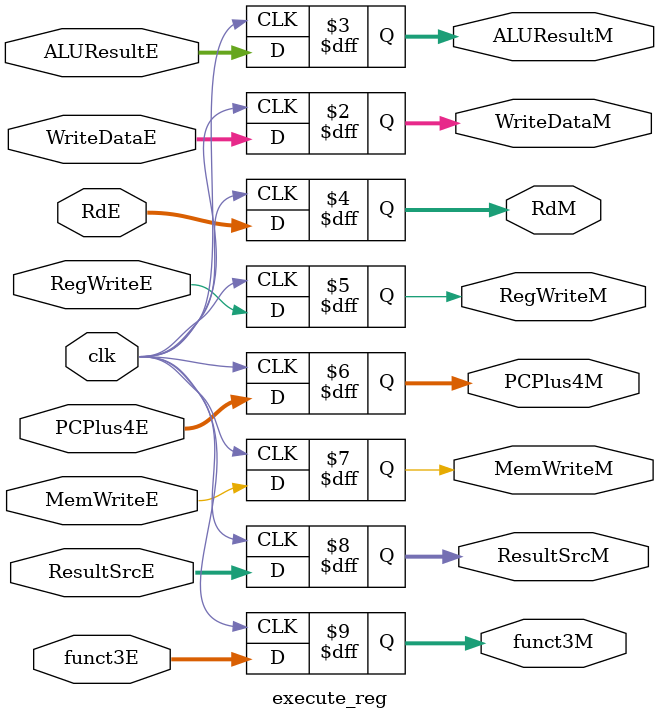
<source format=sv>
module execute_reg #(
    parameter  DATA_WIDTH = 32
) (
    input  logic                    clk,
    input  logic [DATA_WIDTH-1:0]   ALUResultE,
    input  logic [DATA_WIDTH-1:0]   WriteDataE,
    input  logic [11:7]             RdE,
    input  logic                    RegWriteE,
    input  logic [DATA_WIDTH-1:0]   PCPlus4E,
    input  logic                    MemWriteE,
    input  logic [1:0]              ResultSrcE,
    input  logic [14:12]            funct3E,

    output logic [DATA_WIDTH-1:0]   WriteDataM,    
    output logic [DATA_WIDTH-1:0]   ALUResultM,
    output logic [11:7]             RdM,
    output logic                    RegWriteM,
    output logic [DATA_WIDTH-1:0]   PCPlus4M,
    output logic                    MemWriteM,
    output logic [1:0]              ResultSrcM,
    output logic [14:12]            funct3M
);
    always_ff @(posedge clk) begin
        ALUResultM <= ALUResultE;
        WriteDataM <= WriteDataE;
        RdM <= RdE;
        RegWriteM <= RegWriteE;
        PCPlus4M <= PCPlus4E;
        MemWriteM <= MemWriteE;
        ResultSrcM <= ResultSrcE;
        funct3M <= funct3E;
    end
endmodule

</source>
